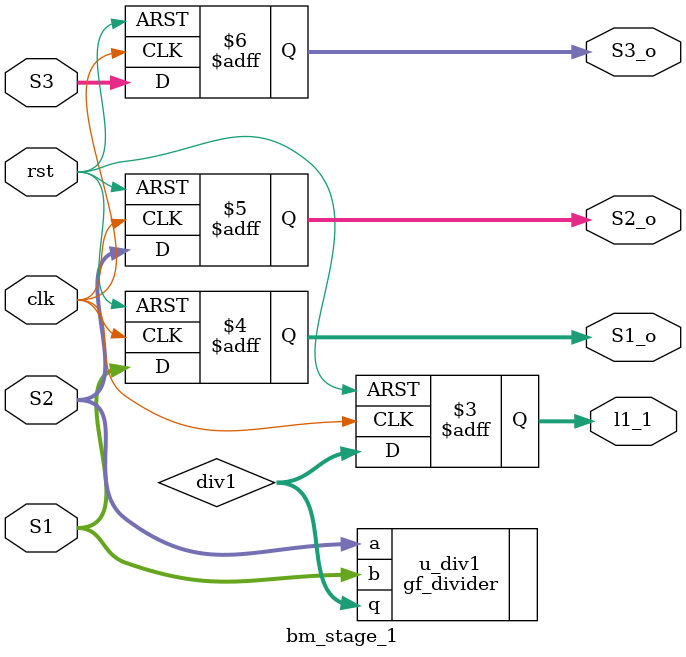
<source format=sv>

module bm_stage_1 (
    input logic clk,
    input logic rst,
    input logic [3:0] S1,
    input logic [3:0] S2,
    input logic [3:0] S3,

    output logic [3:0] l1_1,
    output logic [3:0] S1_o,
    output logic [3:0] S2_o,
    output logic [3:0] S3_o
);

logic [3:0] div1;

gf_divider  u_div1 (.a(S2),  .b(S1), .q(div1));

always_ff @(posedge clk or negedge rst) begin
    if (!rst) begin
        l1_1 <= 0;
        S1_o <= 0;
        S2_o <= 0;
        S3_o <= 0;
    end else begin
        l1_1 <= div1;
        S1_o <= S1;
        S2_o <= S2;
        S3_o <= S3;
    end
end

endmodule
</source>
